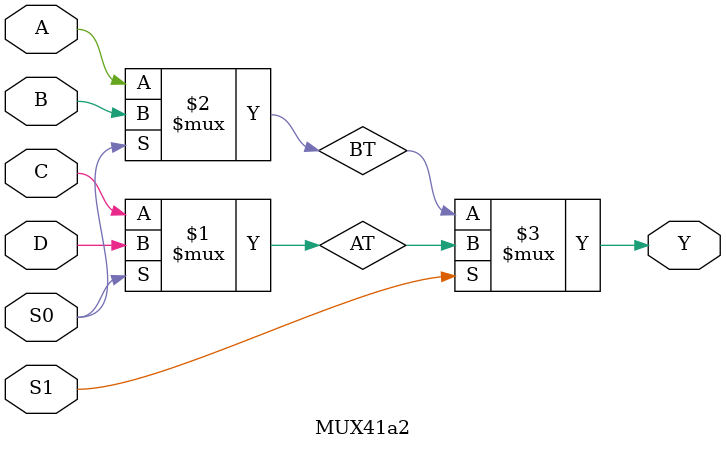
<source format=v>
module MUX41a2 (A, B, C, D, S1, S0, Y);
	input A, B, C, D, S1, S0;
	output Y;
	wire AT = S0 ? D : C;
	wire BT = S0 ? B : A;
	wire Y = (S1 ? AT : BT);
endmodule

/*
* 使用wire语法来设置四选一多路选择器
*
*
*
*/
</source>
